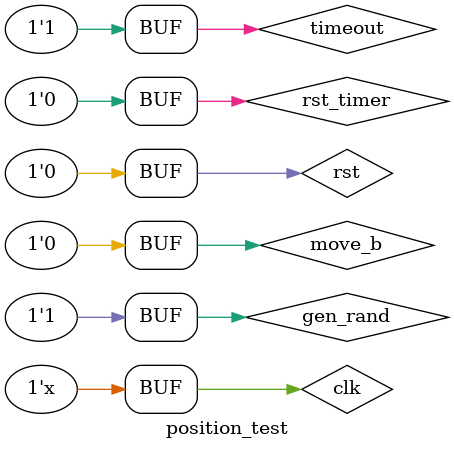
<source format=sv>
module position_test();

	logic clk, rst, move_b, timeout, rst_timer, gen_rand;
	logic[3:0] sel_pos, rand_pos, pos;
	
	
	move Mov(move_b, rst, sel_pos);
	
	
	// timeout 30s
	timer Time(clk, rst_timer, timeout);
	
	
	// generate_random if timeout
	random Rand(clk, rst, gen_rand, rand_pos);
	
	
	// selects random or selected 
	mux_2to1 Pos(sel_pos, rand_pos, timeout, pos);
	
	initial begin
		
		clk = 0; rst = 0; move_b = 0; rst_timer = 0;
		gen_rand = 0; 
		
		#10 rst = 1; rst_timer = 1;
		#10 rst = 0; rst_timer = 0;
		#30 gen_rand = 1;
		#10 timeout = 1;
		
	end
	
	
	always #5 clk = !clk;
	

endmodule 
</source>
